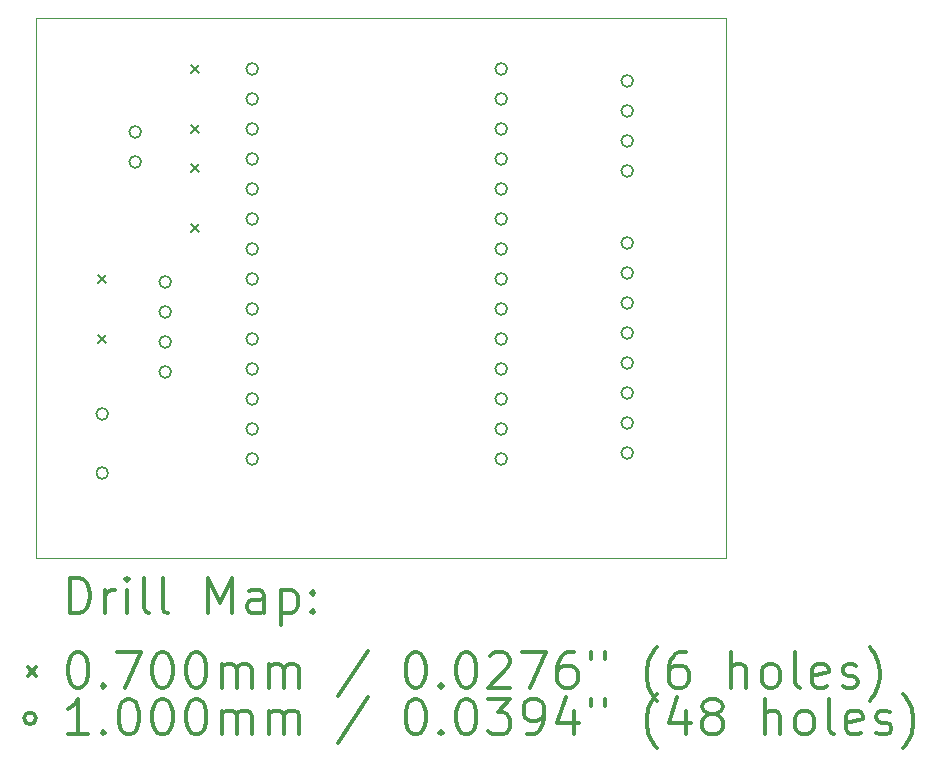
<source format=gbr>
%FSLAX45Y45*%
G04 Gerber Fmt 4.5, Leading zero omitted, Abs format (unit mm)*
G04 Created by KiCad (PCBNEW (5.1.10)-1) date 2023-02-01 16:44:34*
%MOMM*%
%LPD*%
G01*
G04 APERTURE LIST*
%TA.AperFunction,Profile*%
%ADD10C,0.050000*%
%TD*%
%ADD11C,0.200000*%
%ADD12C,0.300000*%
G04 APERTURE END LIST*
D10*
X18542000Y-7874000D02*
X12700000Y-7874000D01*
X18542000Y-12446000D02*
X18542000Y-7874000D01*
X12700000Y-12446000D02*
X18542000Y-12446000D01*
X12700000Y-7874000D02*
X12700000Y-12446000D01*
D11*
X13223800Y-10048800D02*
X13293800Y-10118800D01*
X13293800Y-10048800D02*
X13223800Y-10118800D01*
X13223800Y-10556800D02*
X13293800Y-10626800D01*
X13293800Y-10556800D02*
X13223800Y-10626800D01*
X14011200Y-8270800D02*
X14081200Y-8340800D01*
X14081200Y-8270800D02*
X14011200Y-8340800D01*
X14011200Y-8778800D02*
X14081200Y-8848800D01*
X14081200Y-8778800D02*
X14011200Y-8848800D01*
X14011200Y-9109000D02*
X14081200Y-9179000D01*
X14081200Y-9109000D02*
X14011200Y-9179000D01*
X14011200Y-9617000D02*
X14081200Y-9687000D01*
X14081200Y-9617000D02*
X14011200Y-9687000D01*
X13308800Y-11226800D02*
G75*
G03*
X13308800Y-11226800I-50000J0D01*
G01*
X13308800Y-11726800D02*
G75*
G03*
X13308800Y-11726800I-50000J0D01*
G01*
X13588200Y-8839200D02*
G75*
G03*
X13588200Y-8839200I-50000J0D01*
G01*
X13588200Y-9093200D02*
G75*
G03*
X13588200Y-9093200I-50000J0D01*
G01*
X13842200Y-10109200D02*
G75*
G03*
X13842200Y-10109200I-50000J0D01*
G01*
X13842200Y-10363200D02*
G75*
G03*
X13842200Y-10363200I-50000J0D01*
G01*
X13842200Y-10617200D02*
G75*
G03*
X13842200Y-10617200I-50000J0D01*
G01*
X13842200Y-10871200D02*
G75*
G03*
X13842200Y-10871200I-50000J0D01*
G01*
X14578800Y-8305800D02*
G75*
G03*
X14578800Y-8305800I-50000J0D01*
G01*
X14578800Y-8559800D02*
G75*
G03*
X14578800Y-8559800I-50000J0D01*
G01*
X14578800Y-8813800D02*
G75*
G03*
X14578800Y-8813800I-50000J0D01*
G01*
X14578800Y-9067800D02*
G75*
G03*
X14578800Y-9067800I-50000J0D01*
G01*
X14578800Y-9321800D02*
G75*
G03*
X14578800Y-9321800I-50000J0D01*
G01*
X14578800Y-9575800D02*
G75*
G03*
X14578800Y-9575800I-50000J0D01*
G01*
X14578800Y-9829800D02*
G75*
G03*
X14578800Y-9829800I-50000J0D01*
G01*
X14578800Y-10083800D02*
G75*
G03*
X14578800Y-10083800I-50000J0D01*
G01*
X14578800Y-10337800D02*
G75*
G03*
X14578800Y-10337800I-50000J0D01*
G01*
X14578800Y-10591800D02*
G75*
G03*
X14578800Y-10591800I-50000J0D01*
G01*
X14578800Y-10845800D02*
G75*
G03*
X14578800Y-10845800I-50000J0D01*
G01*
X14578800Y-11099800D02*
G75*
G03*
X14578800Y-11099800I-50000J0D01*
G01*
X14578800Y-11353800D02*
G75*
G03*
X14578800Y-11353800I-50000J0D01*
G01*
X14578800Y-11607800D02*
G75*
G03*
X14578800Y-11607800I-50000J0D01*
G01*
X16687000Y-8305800D02*
G75*
G03*
X16687000Y-8305800I-50000J0D01*
G01*
X16687000Y-8559800D02*
G75*
G03*
X16687000Y-8559800I-50000J0D01*
G01*
X16687000Y-8813800D02*
G75*
G03*
X16687000Y-8813800I-50000J0D01*
G01*
X16687000Y-9067800D02*
G75*
G03*
X16687000Y-9067800I-50000J0D01*
G01*
X16687000Y-9321800D02*
G75*
G03*
X16687000Y-9321800I-50000J0D01*
G01*
X16687000Y-9575800D02*
G75*
G03*
X16687000Y-9575800I-50000J0D01*
G01*
X16687000Y-9829800D02*
G75*
G03*
X16687000Y-9829800I-50000J0D01*
G01*
X16687000Y-10083800D02*
G75*
G03*
X16687000Y-10083800I-50000J0D01*
G01*
X16687000Y-10337800D02*
G75*
G03*
X16687000Y-10337800I-50000J0D01*
G01*
X16687000Y-10591800D02*
G75*
G03*
X16687000Y-10591800I-50000J0D01*
G01*
X16687000Y-10845800D02*
G75*
G03*
X16687000Y-10845800I-50000J0D01*
G01*
X16687000Y-11099800D02*
G75*
G03*
X16687000Y-11099800I-50000J0D01*
G01*
X16687000Y-11353800D02*
G75*
G03*
X16687000Y-11353800I-50000J0D01*
G01*
X16687000Y-11607800D02*
G75*
G03*
X16687000Y-11607800I-50000J0D01*
G01*
X17753800Y-8407400D02*
G75*
G03*
X17753800Y-8407400I-50000J0D01*
G01*
X17753800Y-8661400D02*
G75*
G03*
X17753800Y-8661400I-50000J0D01*
G01*
X17753800Y-8915400D02*
G75*
G03*
X17753800Y-8915400I-50000J0D01*
G01*
X17753800Y-9169400D02*
G75*
G03*
X17753800Y-9169400I-50000J0D01*
G01*
X17753800Y-9779000D02*
G75*
G03*
X17753800Y-9779000I-50000J0D01*
G01*
X17753800Y-10033000D02*
G75*
G03*
X17753800Y-10033000I-50000J0D01*
G01*
X17753800Y-10287000D02*
G75*
G03*
X17753800Y-10287000I-50000J0D01*
G01*
X17753800Y-10541000D02*
G75*
G03*
X17753800Y-10541000I-50000J0D01*
G01*
X17753800Y-10795000D02*
G75*
G03*
X17753800Y-10795000I-50000J0D01*
G01*
X17753800Y-11049000D02*
G75*
G03*
X17753800Y-11049000I-50000J0D01*
G01*
X17753800Y-11303000D02*
G75*
G03*
X17753800Y-11303000I-50000J0D01*
G01*
X17753800Y-11557000D02*
G75*
G03*
X17753800Y-11557000I-50000J0D01*
G01*
D12*
X12983928Y-12914214D02*
X12983928Y-12614214D01*
X13055357Y-12614214D01*
X13098214Y-12628500D01*
X13126786Y-12657071D01*
X13141071Y-12685643D01*
X13155357Y-12742786D01*
X13155357Y-12785643D01*
X13141071Y-12842786D01*
X13126786Y-12871357D01*
X13098214Y-12899929D01*
X13055357Y-12914214D01*
X12983928Y-12914214D01*
X13283928Y-12914214D02*
X13283928Y-12714214D01*
X13283928Y-12771357D02*
X13298214Y-12742786D01*
X13312500Y-12728500D01*
X13341071Y-12714214D01*
X13369643Y-12714214D01*
X13469643Y-12914214D02*
X13469643Y-12714214D01*
X13469643Y-12614214D02*
X13455357Y-12628500D01*
X13469643Y-12642786D01*
X13483928Y-12628500D01*
X13469643Y-12614214D01*
X13469643Y-12642786D01*
X13655357Y-12914214D02*
X13626786Y-12899929D01*
X13612500Y-12871357D01*
X13612500Y-12614214D01*
X13812500Y-12914214D02*
X13783928Y-12899929D01*
X13769643Y-12871357D01*
X13769643Y-12614214D01*
X14155357Y-12914214D02*
X14155357Y-12614214D01*
X14255357Y-12828500D01*
X14355357Y-12614214D01*
X14355357Y-12914214D01*
X14626786Y-12914214D02*
X14626786Y-12757071D01*
X14612500Y-12728500D01*
X14583928Y-12714214D01*
X14526786Y-12714214D01*
X14498214Y-12728500D01*
X14626786Y-12899929D02*
X14598214Y-12914214D01*
X14526786Y-12914214D01*
X14498214Y-12899929D01*
X14483928Y-12871357D01*
X14483928Y-12842786D01*
X14498214Y-12814214D01*
X14526786Y-12799929D01*
X14598214Y-12799929D01*
X14626786Y-12785643D01*
X14769643Y-12714214D02*
X14769643Y-13014214D01*
X14769643Y-12728500D02*
X14798214Y-12714214D01*
X14855357Y-12714214D01*
X14883928Y-12728500D01*
X14898214Y-12742786D01*
X14912500Y-12771357D01*
X14912500Y-12857071D01*
X14898214Y-12885643D01*
X14883928Y-12899929D01*
X14855357Y-12914214D01*
X14798214Y-12914214D01*
X14769643Y-12899929D01*
X15041071Y-12885643D02*
X15055357Y-12899929D01*
X15041071Y-12914214D01*
X15026786Y-12899929D01*
X15041071Y-12885643D01*
X15041071Y-12914214D01*
X15041071Y-12728500D02*
X15055357Y-12742786D01*
X15041071Y-12757071D01*
X15026786Y-12742786D01*
X15041071Y-12728500D01*
X15041071Y-12757071D01*
X12627500Y-13373500D02*
X12697500Y-13443500D01*
X12697500Y-13373500D02*
X12627500Y-13443500D01*
X13041071Y-13244214D02*
X13069643Y-13244214D01*
X13098214Y-13258500D01*
X13112500Y-13272786D01*
X13126786Y-13301357D01*
X13141071Y-13358500D01*
X13141071Y-13429929D01*
X13126786Y-13487071D01*
X13112500Y-13515643D01*
X13098214Y-13529929D01*
X13069643Y-13544214D01*
X13041071Y-13544214D01*
X13012500Y-13529929D01*
X12998214Y-13515643D01*
X12983928Y-13487071D01*
X12969643Y-13429929D01*
X12969643Y-13358500D01*
X12983928Y-13301357D01*
X12998214Y-13272786D01*
X13012500Y-13258500D01*
X13041071Y-13244214D01*
X13269643Y-13515643D02*
X13283928Y-13529929D01*
X13269643Y-13544214D01*
X13255357Y-13529929D01*
X13269643Y-13515643D01*
X13269643Y-13544214D01*
X13383928Y-13244214D02*
X13583928Y-13244214D01*
X13455357Y-13544214D01*
X13755357Y-13244214D02*
X13783928Y-13244214D01*
X13812500Y-13258500D01*
X13826786Y-13272786D01*
X13841071Y-13301357D01*
X13855357Y-13358500D01*
X13855357Y-13429929D01*
X13841071Y-13487071D01*
X13826786Y-13515643D01*
X13812500Y-13529929D01*
X13783928Y-13544214D01*
X13755357Y-13544214D01*
X13726786Y-13529929D01*
X13712500Y-13515643D01*
X13698214Y-13487071D01*
X13683928Y-13429929D01*
X13683928Y-13358500D01*
X13698214Y-13301357D01*
X13712500Y-13272786D01*
X13726786Y-13258500D01*
X13755357Y-13244214D01*
X14041071Y-13244214D02*
X14069643Y-13244214D01*
X14098214Y-13258500D01*
X14112500Y-13272786D01*
X14126786Y-13301357D01*
X14141071Y-13358500D01*
X14141071Y-13429929D01*
X14126786Y-13487071D01*
X14112500Y-13515643D01*
X14098214Y-13529929D01*
X14069643Y-13544214D01*
X14041071Y-13544214D01*
X14012500Y-13529929D01*
X13998214Y-13515643D01*
X13983928Y-13487071D01*
X13969643Y-13429929D01*
X13969643Y-13358500D01*
X13983928Y-13301357D01*
X13998214Y-13272786D01*
X14012500Y-13258500D01*
X14041071Y-13244214D01*
X14269643Y-13544214D02*
X14269643Y-13344214D01*
X14269643Y-13372786D02*
X14283928Y-13358500D01*
X14312500Y-13344214D01*
X14355357Y-13344214D01*
X14383928Y-13358500D01*
X14398214Y-13387071D01*
X14398214Y-13544214D01*
X14398214Y-13387071D02*
X14412500Y-13358500D01*
X14441071Y-13344214D01*
X14483928Y-13344214D01*
X14512500Y-13358500D01*
X14526786Y-13387071D01*
X14526786Y-13544214D01*
X14669643Y-13544214D02*
X14669643Y-13344214D01*
X14669643Y-13372786D02*
X14683928Y-13358500D01*
X14712500Y-13344214D01*
X14755357Y-13344214D01*
X14783928Y-13358500D01*
X14798214Y-13387071D01*
X14798214Y-13544214D01*
X14798214Y-13387071D02*
X14812500Y-13358500D01*
X14841071Y-13344214D01*
X14883928Y-13344214D01*
X14912500Y-13358500D01*
X14926786Y-13387071D01*
X14926786Y-13544214D01*
X15512500Y-13229929D02*
X15255357Y-13615643D01*
X15898214Y-13244214D02*
X15926786Y-13244214D01*
X15955357Y-13258500D01*
X15969643Y-13272786D01*
X15983928Y-13301357D01*
X15998214Y-13358500D01*
X15998214Y-13429929D01*
X15983928Y-13487071D01*
X15969643Y-13515643D01*
X15955357Y-13529929D01*
X15926786Y-13544214D01*
X15898214Y-13544214D01*
X15869643Y-13529929D01*
X15855357Y-13515643D01*
X15841071Y-13487071D01*
X15826786Y-13429929D01*
X15826786Y-13358500D01*
X15841071Y-13301357D01*
X15855357Y-13272786D01*
X15869643Y-13258500D01*
X15898214Y-13244214D01*
X16126786Y-13515643D02*
X16141071Y-13529929D01*
X16126786Y-13544214D01*
X16112500Y-13529929D01*
X16126786Y-13515643D01*
X16126786Y-13544214D01*
X16326786Y-13244214D02*
X16355357Y-13244214D01*
X16383928Y-13258500D01*
X16398214Y-13272786D01*
X16412500Y-13301357D01*
X16426786Y-13358500D01*
X16426786Y-13429929D01*
X16412500Y-13487071D01*
X16398214Y-13515643D01*
X16383928Y-13529929D01*
X16355357Y-13544214D01*
X16326786Y-13544214D01*
X16298214Y-13529929D01*
X16283928Y-13515643D01*
X16269643Y-13487071D01*
X16255357Y-13429929D01*
X16255357Y-13358500D01*
X16269643Y-13301357D01*
X16283928Y-13272786D01*
X16298214Y-13258500D01*
X16326786Y-13244214D01*
X16541071Y-13272786D02*
X16555357Y-13258500D01*
X16583928Y-13244214D01*
X16655357Y-13244214D01*
X16683928Y-13258500D01*
X16698214Y-13272786D01*
X16712500Y-13301357D01*
X16712500Y-13329929D01*
X16698214Y-13372786D01*
X16526786Y-13544214D01*
X16712500Y-13544214D01*
X16812500Y-13244214D02*
X17012500Y-13244214D01*
X16883928Y-13544214D01*
X17255357Y-13244214D02*
X17198214Y-13244214D01*
X17169643Y-13258500D01*
X17155357Y-13272786D01*
X17126786Y-13315643D01*
X17112500Y-13372786D01*
X17112500Y-13487071D01*
X17126786Y-13515643D01*
X17141071Y-13529929D01*
X17169643Y-13544214D01*
X17226786Y-13544214D01*
X17255357Y-13529929D01*
X17269643Y-13515643D01*
X17283928Y-13487071D01*
X17283928Y-13415643D01*
X17269643Y-13387071D01*
X17255357Y-13372786D01*
X17226786Y-13358500D01*
X17169643Y-13358500D01*
X17141071Y-13372786D01*
X17126786Y-13387071D01*
X17112500Y-13415643D01*
X17398214Y-13244214D02*
X17398214Y-13301357D01*
X17512500Y-13244214D02*
X17512500Y-13301357D01*
X17955357Y-13658500D02*
X17941071Y-13644214D01*
X17912500Y-13601357D01*
X17898214Y-13572786D01*
X17883928Y-13529929D01*
X17869643Y-13458500D01*
X17869643Y-13401357D01*
X17883928Y-13329929D01*
X17898214Y-13287071D01*
X17912500Y-13258500D01*
X17941071Y-13215643D01*
X17955357Y-13201357D01*
X18198214Y-13244214D02*
X18141071Y-13244214D01*
X18112500Y-13258500D01*
X18098214Y-13272786D01*
X18069643Y-13315643D01*
X18055357Y-13372786D01*
X18055357Y-13487071D01*
X18069643Y-13515643D01*
X18083928Y-13529929D01*
X18112500Y-13544214D01*
X18169643Y-13544214D01*
X18198214Y-13529929D01*
X18212500Y-13515643D01*
X18226786Y-13487071D01*
X18226786Y-13415643D01*
X18212500Y-13387071D01*
X18198214Y-13372786D01*
X18169643Y-13358500D01*
X18112500Y-13358500D01*
X18083928Y-13372786D01*
X18069643Y-13387071D01*
X18055357Y-13415643D01*
X18583928Y-13544214D02*
X18583928Y-13244214D01*
X18712500Y-13544214D02*
X18712500Y-13387071D01*
X18698214Y-13358500D01*
X18669643Y-13344214D01*
X18626786Y-13344214D01*
X18598214Y-13358500D01*
X18583928Y-13372786D01*
X18898214Y-13544214D02*
X18869643Y-13529929D01*
X18855357Y-13515643D01*
X18841071Y-13487071D01*
X18841071Y-13401357D01*
X18855357Y-13372786D01*
X18869643Y-13358500D01*
X18898214Y-13344214D01*
X18941071Y-13344214D01*
X18969643Y-13358500D01*
X18983928Y-13372786D01*
X18998214Y-13401357D01*
X18998214Y-13487071D01*
X18983928Y-13515643D01*
X18969643Y-13529929D01*
X18941071Y-13544214D01*
X18898214Y-13544214D01*
X19169643Y-13544214D02*
X19141071Y-13529929D01*
X19126786Y-13501357D01*
X19126786Y-13244214D01*
X19398214Y-13529929D02*
X19369643Y-13544214D01*
X19312500Y-13544214D01*
X19283928Y-13529929D01*
X19269643Y-13501357D01*
X19269643Y-13387071D01*
X19283928Y-13358500D01*
X19312500Y-13344214D01*
X19369643Y-13344214D01*
X19398214Y-13358500D01*
X19412500Y-13387071D01*
X19412500Y-13415643D01*
X19269643Y-13444214D01*
X19526786Y-13529929D02*
X19555357Y-13544214D01*
X19612500Y-13544214D01*
X19641071Y-13529929D01*
X19655357Y-13501357D01*
X19655357Y-13487071D01*
X19641071Y-13458500D01*
X19612500Y-13444214D01*
X19569643Y-13444214D01*
X19541071Y-13429929D01*
X19526786Y-13401357D01*
X19526786Y-13387071D01*
X19541071Y-13358500D01*
X19569643Y-13344214D01*
X19612500Y-13344214D01*
X19641071Y-13358500D01*
X19755357Y-13658500D02*
X19769643Y-13644214D01*
X19798214Y-13601357D01*
X19812500Y-13572786D01*
X19826786Y-13529929D01*
X19841071Y-13458500D01*
X19841071Y-13401357D01*
X19826786Y-13329929D01*
X19812500Y-13287071D01*
X19798214Y-13258500D01*
X19769643Y-13215643D01*
X19755357Y-13201357D01*
X12697500Y-13804500D02*
G75*
G03*
X12697500Y-13804500I-50000J0D01*
G01*
X13141071Y-13940214D02*
X12969643Y-13940214D01*
X13055357Y-13940214D02*
X13055357Y-13640214D01*
X13026786Y-13683071D01*
X12998214Y-13711643D01*
X12969643Y-13725929D01*
X13269643Y-13911643D02*
X13283928Y-13925929D01*
X13269643Y-13940214D01*
X13255357Y-13925929D01*
X13269643Y-13911643D01*
X13269643Y-13940214D01*
X13469643Y-13640214D02*
X13498214Y-13640214D01*
X13526786Y-13654500D01*
X13541071Y-13668786D01*
X13555357Y-13697357D01*
X13569643Y-13754500D01*
X13569643Y-13825929D01*
X13555357Y-13883071D01*
X13541071Y-13911643D01*
X13526786Y-13925929D01*
X13498214Y-13940214D01*
X13469643Y-13940214D01*
X13441071Y-13925929D01*
X13426786Y-13911643D01*
X13412500Y-13883071D01*
X13398214Y-13825929D01*
X13398214Y-13754500D01*
X13412500Y-13697357D01*
X13426786Y-13668786D01*
X13441071Y-13654500D01*
X13469643Y-13640214D01*
X13755357Y-13640214D02*
X13783928Y-13640214D01*
X13812500Y-13654500D01*
X13826786Y-13668786D01*
X13841071Y-13697357D01*
X13855357Y-13754500D01*
X13855357Y-13825929D01*
X13841071Y-13883071D01*
X13826786Y-13911643D01*
X13812500Y-13925929D01*
X13783928Y-13940214D01*
X13755357Y-13940214D01*
X13726786Y-13925929D01*
X13712500Y-13911643D01*
X13698214Y-13883071D01*
X13683928Y-13825929D01*
X13683928Y-13754500D01*
X13698214Y-13697357D01*
X13712500Y-13668786D01*
X13726786Y-13654500D01*
X13755357Y-13640214D01*
X14041071Y-13640214D02*
X14069643Y-13640214D01*
X14098214Y-13654500D01*
X14112500Y-13668786D01*
X14126786Y-13697357D01*
X14141071Y-13754500D01*
X14141071Y-13825929D01*
X14126786Y-13883071D01*
X14112500Y-13911643D01*
X14098214Y-13925929D01*
X14069643Y-13940214D01*
X14041071Y-13940214D01*
X14012500Y-13925929D01*
X13998214Y-13911643D01*
X13983928Y-13883071D01*
X13969643Y-13825929D01*
X13969643Y-13754500D01*
X13983928Y-13697357D01*
X13998214Y-13668786D01*
X14012500Y-13654500D01*
X14041071Y-13640214D01*
X14269643Y-13940214D02*
X14269643Y-13740214D01*
X14269643Y-13768786D02*
X14283928Y-13754500D01*
X14312500Y-13740214D01*
X14355357Y-13740214D01*
X14383928Y-13754500D01*
X14398214Y-13783071D01*
X14398214Y-13940214D01*
X14398214Y-13783071D02*
X14412500Y-13754500D01*
X14441071Y-13740214D01*
X14483928Y-13740214D01*
X14512500Y-13754500D01*
X14526786Y-13783071D01*
X14526786Y-13940214D01*
X14669643Y-13940214D02*
X14669643Y-13740214D01*
X14669643Y-13768786D02*
X14683928Y-13754500D01*
X14712500Y-13740214D01*
X14755357Y-13740214D01*
X14783928Y-13754500D01*
X14798214Y-13783071D01*
X14798214Y-13940214D01*
X14798214Y-13783071D02*
X14812500Y-13754500D01*
X14841071Y-13740214D01*
X14883928Y-13740214D01*
X14912500Y-13754500D01*
X14926786Y-13783071D01*
X14926786Y-13940214D01*
X15512500Y-13625929D02*
X15255357Y-14011643D01*
X15898214Y-13640214D02*
X15926786Y-13640214D01*
X15955357Y-13654500D01*
X15969643Y-13668786D01*
X15983928Y-13697357D01*
X15998214Y-13754500D01*
X15998214Y-13825929D01*
X15983928Y-13883071D01*
X15969643Y-13911643D01*
X15955357Y-13925929D01*
X15926786Y-13940214D01*
X15898214Y-13940214D01*
X15869643Y-13925929D01*
X15855357Y-13911643D01*
X15841071Y-13883071D01*
X15826786Y-13825929D01*
X15826786Y-13754500D01*
X15841071Y-13697357D01*
X15855357Y-13668786D01*
X15869643Y-13654500D01*
X15898214Y-13640214D01*
X16126786Y-13911643D02*
X16141071Y-13925929D01*
X16126786Y-13940214D01*
X16112500Y-13925929D01*
X16126786Y-13911643D01*
X16126786Y-13940214D01*
X16326786Y-13640214D02*
X16355357Y-13640214D01*
X16383928Y-13654500D01*
X16398214Y-13668786D01*
X16412500Y-13697357D01*
X16426786Y-13754500D01*
X16426786Y-13825929D01*
X16412500Y-13883071D01*
X16398214Y-13911643D01*
X16383928Y-13925929D01*
X16355357Y-13940214D01*
X16326786Y-13940214D01*
X16298214Y-13925929D01*
X16283928Y-13911643D01*
X16269643Y-13883071D01*
X16255357Y-13825929D01*
X16255357Y-13754500D01*
X16269643Y-13697357D01*
X16283928Y-13668786D01*
X16298214Y-13654500D01*
X16326786Y-13640214D01*
X16526786Y-13640214D02*
X16712500Y-13640214D01*
X16612500Y-13754500D01*
X16655357Y-13754500D01*
X16683928Y-13768786D01*
X16698214Y-13783071D01*
X16712500Y-13811643D01*
X16712500Y-13883071D01*
X16698214Y-13911643D01*
X16683928Y-13925929D01*
X16655357Y-13940214D01*
X16569643Y-13940214D01*
X16541071Y-13925929D01*
X16526786Y-13911643D01*
X16855357Y-13940214D02*
X16912500Y-13940214D01*
X16941071Y-13925929D01*
X16955357Y-13911643D01*
X16983928Y-13868786D01*
X16998214Y-13811643D01*
X16998214Y-13697357D01*
X16983928Y-13668786D01*
X16969643Y-13654500D01*
X16941071Y-13640214D01*
X16883928Y-13640214D01*
X16855357Y-13654500D01*
X16841071Y-13668786D01*
X16826786Y-13697357D01*
X16826786Y-13768786D01*
X16841071Y-13797357D01*
X16855357Y-13811643D01*
X16883928Y-13825929D01*
X16941071Y-13825929D01*
X16969643Y-13811643D01*
X16983928Y-13797357D01*
X16998214Y-13768786D01*
X17255357Y-13740214D02*
X17255357Y-13940214D01*
X17183928Y-13625929D02*
X17112500Y-13840214D01*
X17298214Y-13840214D01*
X17398214Y-13640214D02*
X17398214Y-13697357D01*
X17512500Y-13640214D02*
X17512500Y-13697357D01*
X17955357Y-14054500D02*
X17941071Y-14040214D01*
X17912500Y-13997357D01*
X17898214Y-13968786D01*
X17883928Y-13925929D01*
X17869643Y-13854500D01*
X17869643Y-13797357D01*
X17883928Y-13725929D01*
X17898214Y-13683071D01*
X17912500Y-13654500D01*
X17941071Y-13611643D01*
X17955357Y-13597357D01*
X18198214Y-13740214D02*
X18198214Y-13940214D01*
X18126786Y-13625929D02*
X18055357Y-13840214D01*
X18241071Y-13840214D01*
X18398214Y-13768786D02*
X18369643Y-13754500D01*
X18355357Y-13740214D01*
X18341071Y-13711643D01*
X18341071Y-13697357D01*
X18355357Y-13668786D01*
X18369643Y-13654500D01*
X18398214Y-13640214D01*
X18455357Y-13640214D01*
X18483928Y-13654500D01*
X18498214Y-13668786D01*
X18512500Y-13697357D01*
X18512500Y-13711643D01*
X18498214Y-13740214D01*
X18483928Y-13754500D01*
X18455357Y-13768786D01*
X18398214Y-13768786D01*
X18369643Y-13783071D01*
X18355357Y-13797357D01*
X18341071Y-13825929D01*
X18341071Y-13883071D01*
X18355357Y-13911643D01*
X18369643Y-13925929D01*
X18398214Y-13940214D01*
X18455357Y-13940214D01*
X18483928Y-13925929D01*
X18498214Y-13911643D01*
X18512500Y-13883071D01*
X18512500Y-13825929D01*
X18498214Y-13797357D01*
X18483928Y-13783071D01*
X18455357Y-13768786D01*
X18869643Y-13940214D02*
X18869643Y-13640214D01*
X18998214Y-13940214D02*
X18998214Y-13783071D01*
X18983928Y-13754500D01*
X18955357Y-13740214D01*
X18912500Y-13740214D01*
X18883928Y-13754500D01*
X18869643Y-13768786D01*
X19183928Y-13940214D02*
X19155357Y-13925929D01*
X19141071Y-13911643D01*
X19126786Y-13883071D01*
X19126786Y-13797357D01*
X19141071Y-13768786D01*
X19155357Y-13754500D01*
X19183928Y-13740214D01*
X19226786Y-13740214D01*
X19255357Y-13754500D01*
X19269643Y-13768786D01*
X19283928Y-13797357D01*
X19283928Y-13883071D01*
X19269643Y-13911643D01*
X19255357Y-13925929D01*
X19226786Y-13940214D01*
X19183928Y-13940214D01*
X19455357Y-13940214D02*
X19426786Y-13925929D01*
X19412500Y-13897357D01*
X19412500Y-13640214D01*
X19683928Y-13925929D02*
X19655357Y-13940214D01*
X19598214Y-13940214D01*
X19569643Y-13925929D01*
X19555357Y-13897357D01*
X19555357Y-13783071D01*
X19569643Y-13754500D01*
X19598214Y-13740214D01*
X19655357Y-13740214D01*
X19683928Y-13754500D01*
X19698214Y-13783071D01*
X19698214Y-13811643D01*
X19555357Y-13840214D01*
X19812500Y-13925929D02*
X19841071Y-13940214D01*
X19898214Y-13940214D01*
X19926786Y-13925929D01*
X19941071Y-13897357D01*
X19941071Y-13883071D01*
X19926786Y-13854500D01*
X19898214Y-13840214D01*
X19855357Y-13840214D01*
X19826786Y-13825929D01*
X19812500Y-13797357D01*
X19812500Y-13783071D01*
X19826786Y-13754500D01*
X19855357Y-13740214D01*
X19898214Y-13740214D01*
X19926786Y-13754500D01*
X20041071Y-14054500D02*
X20055357Y-14040214D01*
X20083928Y-13997357D01*
X20098214Y-13968786D01*
X20112500Y-13925929D01*
X20126786Y-13854500D01*
X20126786Y-13797357D01*
X20112500Y-13725929D01*
X20098214Y-13683071D01*
X20083928Y-13654500D01*
X20055357Y-13611643D01*
X20041071Y-13597357D01*
M02*

</source>
